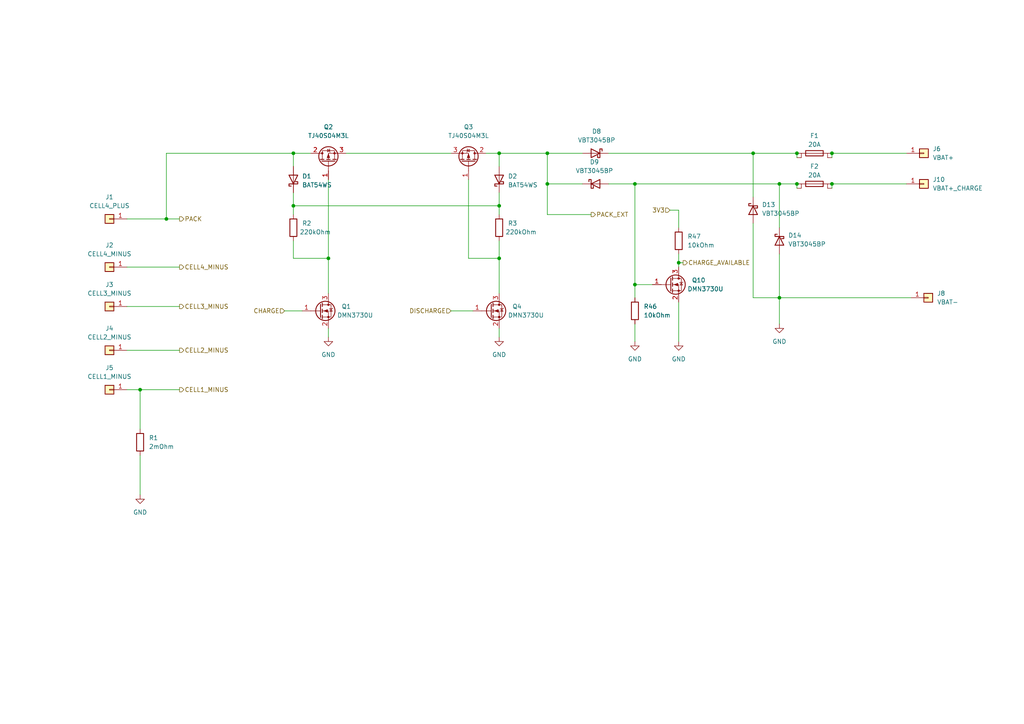
<source format=kicad_sch>
(kicad_sch (version 20230121) (generator eeschema)
  (paper "A4")
  (lib_symbols
    (symbol "BAT54WS_1" (pin_numbers hide) (pin_names (offset 1.016) hide)
      (property "Reference" "D" (at 0 2.54 0))
      (property "Value" "BAT54WS_1" (at 0 -2.54 0))
      (symbol "BAT54WS_1_0_1"
        (polyline (pts (xy 1.27 0) (xy -1.27 0)))
        (polyline (pts (xy 1.27 1.27) (xy 1.27 -1.27) (xy -1.27 0) (xy 1.27 1.27)) (stroke (width 0.254)))
        (polyline (pts (xy -1.905 0.635) (xy -1.905 1.27) (xy -1.27 1.27) (xy -1.27 -1.27) (xy -0.635 -1.27) (xy -0.635 -0.635)) (stroke (width 0.254)))
      )
      (symbol "BAT54WS_1_1_1"
        (pin passive line (at -3.81 0 0) (length 2.54) (name "K") (number "1"))
        (pin passive line (at 3.81 0 180) (length 2.54) (name "A") (number "2"))
      )
    )
    (symbol "R_220kOhm_SMD_0603_100mW_1%_1" (pin_numbers hide) (pin_names (offset 0))
      (property "Reference" "R" (at 2.032 0 90))
      (property "Value" "R_220kOhm_SMD_0603_100mW_1%_1" (at -5.588 -1.016 90))
      (symbol "R_220kOhm_SMD_0603_100mW_1%_1_0_1"
        (rectangle (start -1.016 -2.54) (end 1.016 2.54) (stroke (width 0.254)))
      )
      (symbol "R_220kOhm_SMD_0603_100mW_1%_1_1_1"
        (pin passive line (at 0 3.81 270) (length 1.27) (name "~") (number "1"))
        (pin passive line (at 0 -3.81 90) (length 1.27) (name "~") (number "2"))
      )
    )
    (symbol "TJ40S04M3L_1" (pin_names (offset 0) hide)
      (property "Reference" "Q" (at 5.08 1.27 0))
      (property "Value" "TJ40S04M3L_1" (at 5.08 -1.27 0))
      (symbol "TJ40S04M3L_1_0_1"
        (polyline (pts (xy 0.254 0) (xy -2.54 0)))
        (polyline (pts (xy 0.254 1.905) (xy 0.254 -1.905)) (stroke (width 0.254)))
        (polyline (pts (xy 0.762 -1.27) (xy 0.762 -2.286)) (stroke (width 0.254)))
        (polyline (pts (xy 0.762 0.508) (xy 0.762 -0.508)) (stroke (width 0.254)))
        (polyline (pts (xy 0.762 2.286) (xy 0.762 1.27)) (stroke (width 0.254)))
        (polyline (pts (xy 2.54 2.54) (xy 2.54 1.778)))
        (polyline (pts (xy 2.54 -2.54) (xy 2.54 0) (xy 0.762 0)))
        (polyline (pts (xy 0.762 1.778) (xy 3.302 1.778) (xy 3.302 -1.778) (xy 0.762 -1.778)))
        (polyline (pts (xy 2.286 0) (xy 1.27 0.381) (xy 1.27 -0.381) (xy 2.286 0)) (fill (type outline)))
        (polyline (pts (xy 2.794 -0.508) (xy 2.921 -0.381) (xy 3.683 -0.381) (xy 3.81 -0.254)))
        (polyline (pts (xy 3.302 -0.381) (xy 2.921 0.254) (xy 3.683 0.254) (xy 3.302 -0.381)))
        (circle (center 1.651 0) (radius 2.794) (stroke (width 0.254)))
        (circle (center 2.54 -1.778) (radius 0.254) (fill (type outline)))
        (circle (center 2.54 1.778) (radius 0.254) (fill (type outline)))
      )
      (symbol "TJ40S04M3L_1_1_1"
        (pin input line (at -5.08 0 0) (length 2.54) (name "G") (number "1"))
        (pin passive line (at 2.54 5.08 270) (length 2.54) (name "D") (number "2"))
        (pin passive line (at 2.54 -5.08 90) (length 2.54) (name "S") (number "3"))
      )
    )
    (symbol "benediktibk:BAT54WS" (pin_numbers hide) (pin_names (offset 1.016) hide)
      (property "Reference" "D" (at 0 2.54 0))
      (property "Value" "BAT54WS" (at 0 -2.54 0))
      (symbol "BAT54WS_0_1"
        (polyline (pts (xy 1.27 0) (xy -1.27 0)))
        (polyline (pts (xy 1.27 1.27) (xy 1.27 -1.27) (xy -1.27 0) (xy 1.27 1.27)) (stroke (width 0.254)))
        (polyline (pts (xy -1.905 0.635) (xy -1.905 1.27) (xy -1.27 1.27) (xy -1.27 -1.27) (xy -0.635 -1.27) (xy -0.635 -0.635)) (stroke (width 0.254)))
      )
      (symbol "BAT54WS_1_1"
        (pin passive line (at -3.81 0 0) (length 2.54) (name "K") (number "1"))
        (pin passive line (at 3.81 0 180) (length 2.54) (name "A") (number "2"))
      )
    )
    (symbol "benediktibk:Connector_M6" (pin_names (offset 1.016) hide)
      (property "Reference" "J" (at 0 2.54 0))
      (property "Value" "Connector_M6" (at 0 -3.302 0))
      (symbol "Connector_M6_1_1"
        (rectangle (start -1.27 0.127) (end 0 -0.127) (stroke (width 0.1524)))
        (rectangle (start -1.27 1.27) (end 1.27 -1.27) (stroke (width 0.254)) (fill (type background)))
        (pin passive line (at -5.08 0 0) (length 3.81) (name "Pin_1") (number "1"))
      )
    )
    (symbol "benediktibk:DMN3730U" (pin_names (offset 0) hide)
      (property "Reference" "Q" (at 5.08 1.27 0))
      (property "Value" "DMN3730U" (at 5.08 -1.27 0))
      (symbol "DMN3730U_0_1"
        (polyline (pts (xy 0.254 0) (xy -2.54 0)))
        (polyline (pts (xy 0.254 1.905) (xy 0.254 -1.905)) (stroke (width 0.254)))
        (polyline (pts (xy 0.762 -1.27) (xy 0.762 -2.286)) (stroke (width 0.254)))
        (polyline (pts (xy 0.762 0.508) (xy 0.762 -0.508)) (stroke (width 0.254)))
        (polyline (pts (xy 0.762 2.286) (xy 0.762 1.27)) (stroke (width 0.254)))
        (polyline (pts (xy 2.54 2.54) (xy 2.54 1.778)))
        (polyline (pts (xy 2.54 -2.54) (xy 2.54 0) (xy 0.762 0)))
        (polyline (pts (xy 0.762 1.778) (xy 3.302 1.778) (xy 3.302 -1.778) (xy 0.762 -1.778)))
        (polyline (pts (xy 1.27 0) (xy 2.286 0.381) (xy 2.286 -0.381) (xy 1.27 0)) (fill (type outline)))
        (polyline (pts (xy 2.794 0.508) (xy 2.921 0.635) (xy 3.683 0.635) (xy 3.81 0.762)))
        (polyline (pts (xy 3.302 0.508) (xy 2.921 -0.127) (xy 3.683 -0.127) (xy 3.302 0.508)))
        (circle (center 1.651 0) (radius 2.794) (stroke (width 0.254)))
        (circle (center 2.54 -1.778) (radius 0.254) (fill (type outline)))
        (circle (center 2.54 1.778) (radius 0.254) (fill (type outline)))
      )
      (symbol "DMN3730U_1_1"
        (pin input line (at -5.08 0 0) (length 2.54) (name "G") (number "1"))
        (pin passive line (at 2.54 -5.08 90) (length 2.54) (name "S") (number "2"))
        (pin passive line (at 2.54 5.08 270) (length 2.54) (name "D") (number "3"))
      )
    )
    (symbol "benediktibk:KEYSTONE_blade_fuse_holder" (pin_numbers hide) (pin_names (offset 0))
      (property "Reference" "F" (at 2.032 0 90))
      (property "Value" "KEYSTONE_blade_fuse_holder" (at -1.905 0 90))
      (symbol "KEYSTONE_blade_fuse_holder_0_1"
        (rectangle (start -0.762 -2.54) (end 0.762 2.54) (stroke (width 0.254)))
        (polyline (pts (xy 0 2.54) (xy 0 -2.54)))
        (polyline (pts (xy 1.27 -3.81) (xy 0 -3.81) (xy 0 -2.54)))
        (polyline (pts (xy 1.27 3.81) (xy 0 3.81) (xy 0 2.54)))
      )
      (symbol "KEYSTONE_blade_fuse_holder_1_1"
        (pin passive line (at 0 5.08 270) (length 1.27) (name "~") (number "1"))
        (pin passive line (at 1.27 5.08 270) (length 1.27) (name "~") (number "2"))
        (pin passive line (at 0 -5.08 90) (length 1.27) (name "~") (number "3"))
        (pin passive line (at 1.27 -5.08 90) (length 1.27) (name "~") (number "4"))
      )
    )
    (symbol "benediktibk:R_10kOhm_SMD_0603_100mW_1%" (pin_numbers hide) (pin_names (offset 0))
      (property "Reference" "R" (at 2.032 0 90))
      (property "Value" "R_10kOhm_SMD_0603_100mW_1%" (at -5.588 -1.016 90))
      (symbol "R_10kOhm_SMD_0603_100mW_1%_0_1"
        (rectangle (start -1.016 -2.54) (end 1.016 2.54) (stroke (width 0.254)))
      )
      (symbol "R_10kOhm_SMD_0603_100mW_1%_1_1"
        (pin passive line (at 0 3.81 270) (length 1.27) (name "~") (number "1"))
        (pin passive line (at 0 -3.81 90) (length 1.27) (name "~") (number "2"))
      )
    )
    (symbol "benediktibk:R_220kOhm_SMD_0603_100mW_1%" (pin_numbers hide) (pin_names (offset 0))
      (property "Reference" "R" (at 2.032 0 90))
      (property "Value" "R_220kOhm_SMD_0603_100mW_1%" (at -5.588 -1.016 90))
      (symbol "R_220kOhm_SMD_0603_100mW_1%_0_1"
        (rectangle (start -1.016 -2.54) (end 1.016 2.54) (stroke (width 0.254)))
      )
      (symbol "R_220kOhm_SMD_0603_100mW_1%_1_1"
        (pin passive line (at 0 3.81 270) (length 1.27) (name "~") (number "1"))
        (pin passive line (at 0 -3.81 90) (length 1.27) (name "~") (number "2"))
      )
    )
    (symbol "benediktibk:R_2mOhm_SMD_2512_5W_1%" (pin_numbers hide) (pin_names (offset 0))
      (property "Reference" "R" (at 2.032 0 90))
      (property "Value" "R_2mOhm_SMD_2512_5W_1%" (at -5.588 -1.016 90))
      (symbol "R_2mOhm_SMD_2512_5W_1%_0_1"
        (rectangle (start -1.016 -2.54) (end 1.016 2.54) (stroke (width 0.254)))
      )
      (symbol "R_2mOhm_SMD_2512_5W_1%_1_1"
        (pin passive line (at 0 3.81 270) (length 1.27) (name "~") (number "1"))
        (pin passive line (at 0 -3.81 90) (length 1.27) (name "~") (number "2"))
      )
    )
    (symbol "benediktibk:TJ40S04M3L" (pin_names (offset 0) hide)
      (property "Reference" "Q" (at 5.08 1.27 0))
      (property "Value" "TJ40S04M3L" (at 5.08 -1.27 0))
      (symbol "TJ40S04M3L_0_1"
        (polyline (pts (xy 0.254 0) (xy -2.54 0)))
        (polyline (pts (xy 0.254 1.905) (xy 0.254 -1.905)) (stroke (width 0.254)))
        (polyline (pts (xy 0.762 -1.27) (xy 0.762 -2.286)) (stroke (width 0.254)))
        (polyline (pts (xy 0.762 0.508) (xy 0.762 -0.508)) (stroke (width 0.254)))
        (polyline (pts (xy 0.762 2.286) (xy 0.762 1.27)) (stroke (width 0.254)))
        (polyline (pts (xy 2.54 2.54) (xy 2.54 1.778)))
        (polyline (pts (xy 2.54 -2.54) (xy 2.54 0) (xy 0.762 0)))
        (polyline (pts (xy 0.762 1.778) (xy 3.302 1.778) (xy 3.302 -1.778) (xy 0.762 -1.778)))
        (polyline (pts (xy 2.286 0) (xy 1.27 0.381) (xy 1.27 -0.381) (xy 2.286 0)) (fill (type outline)))
        (polyline (pts (xy 2.794 -0.508) (xy 2.921 -0.381) (xy 3.683 -0.381) (xy 3.81 -0.254)))
        (polyline (pts (xy 3.302 -0.381) (xy 2.921 0.254) (xy 3.683 0.254) (xy 3.302 -0.381)))
        (circle (center 1.651 0) (radius 2.794) (stroke (width 0.254)))
        (circle (center 2.54 -1.778) (radius 0.254) (fill (type outline)))
        (circle (center 2.54 1.778) (radius 0.254) (fill (type outline)))
      )
      (symbol "TJ40S04M3L_1_1"
        (pin input line (at -5.08 0 0) (length 2.54) (name "G") (number "1"))
        (pin passive line (at 2.54 5.08 270) (length 2.54) (name "D") (number "2"))
        (pin passive line (at 2.54 -5.08 90) (length 2.54) (name "S") (number "3"))
      )
    )
    (symbol "benediktibk:VBT3045BP" (pin_numbers hide) (pin_names (offset 1.016) hide)
      (property "Reference" "D" (at 0 2.54 0))
      (property "Value" "VBT3045BP" (at 0 -2.54 0))
      (symbol "VBT3045BP_0_1"
        (polyline (pts (xy 1.27 0) (xy -1.27 0)))
        (polyline (pts (xy 1.27 1.27) (xy 1.27 -1.27) (xy -1.27 0) (xy 1.27 1.27)) (stroke (width 0.254)))
        (polyline (pts (xy -1.905 0.635) (xy -1.905 1.27) (xy -1.27 1.27) (xy -1.27 -1.27) (xy -0.635 -1.27) (xy -0.635 -0.635)) (stroke (width 0.254)))
      )
      (symbol "VBT3045BP_1_1"
        (pin passive line (at -3.81 0 0) (length 2.54) (name "K") (number "1"))
        (pin passive line (at 3.81 0 180) (length 2.54) (name "A") (number "2"))
      )
    )
    (symbol "power:GND" (power) (pin_names (offset 0))
      (property "Value" "GND" (at 0 -3.81 0))
      (symbol "GND_0_1"
        (polyline (pts (xy 0 0) (xy 0 -1.27) (xy 1.27 -1.27) (xy 0 -2.54) (xy -1.27 -1.27) (xy 0 -1.27)))
      )
      (symbol "GND_1_1"
        (pin power_in line (at 0 0 270) (length 0) hide (name "GND") (number "1"))
      )
    )
  )
  (junction (at 196.85 76.2))
  (junction (at 184.15 53.34))
  (junction (at 40.64 113.03))
  (junction (at 226.06 86.36))
  (junction (at 158.75 53.34))
  (junction (at 85.09 59.69))
  (junction (at 241.3 44.45))
  (junction (at 158.75 44.45))
  (junction (at 144.78 59.69))
  (junction (at 48.26 63.5))
  (junction (at 241.3 53.34))
  (junction (at 226.06 53.34))
  (junction (at 231.14 44.45))
  (junction (at 184.15 82.55))
  (junction (at 95.25 74.93))
  (junction (at 144.78 74.93))
  (junction (at 218.44 44.45))
  (junction (at 231.14 53.34))
  (junction (at 85.09 44.45))
  (junction (at 144.78 44.45))
  (wire (pts (xy 48.26 44.45) (xy 48.26 63.5)))
  (wire (pts (xy 241.3 53.34) (xy 262.89 53.34)))
  (wire (pts (xy 241.3 44.45) (xy 262.89 44.45)))
  (wire (pts (xy 218.44 64.77) (xy 218.44 86.36)))
  (wire (pts (xy 36.83 88.9) (xy 52.07 88.9)))
  (wire (pts (xy 168.91 53.34) (xy 158.75 53.34)))
  (wire (pts (xy 218.44 44.45) (xy 218.44 57.15)))
  (wire (pts (xy 85.09 59.69) (xy 85.09 62.23)))
  (wire (pts (xy 85.09 44.45) (xy 85.09 48.26)))
  (wire (pts (xy 36.83 113.03) (xy 40.64 113.03)))
  (wire (pts (xy 85.09 44.45) (xy 48.26 44.45)))
  (wire (pts (xy 40.64 113.03) (xy 52.07 113.03)))
  (wire (pts (xy 196.85 60.96) (xy 196.85 66.04)))
  (wire (pts (xy 176.53 53.34) (xy 184.15 53.34)))
  (wire (pts (xy 184.15 82.55) (xy 189.23 82.55)))
  (wire (pts (xy 36.83 77.47) (xy 52.07 77.47)))
  (wire (pts (xy 184.15 53.34) (xy 226.06 53.34)))
  (wire (pts (xy 226.06 86.36) (xy 264.16 86.36)))
  (wire (pts (xy 130.81 90.17) (xy 137.16 90.17)))
  (wire (pts (xy 184.15 93.98) (xy 184.15 99.06)))
  (wire (pts (xy 144.78 95.25) (xy 144.78 97.79)))
  (wire (pts (xy 144.78 74.93) (xy 144.78 85.09)))
  (wire (pts (xy 144.78 69.85) (xy 144.78 74.93)))
  (wire (pts (xy 196.85 73.66) (xy 196.85 76.2)))
  (wire (pts (xy 176.53 44.45) (xy 218.44 44.45)))
  (wire (pts (xy 231.14 53.34) (xy 231.14 54.61)))
  (wire (pts (xy 48.26 63.5) (xy 52.07 63.5)))
  (wire (pts (xy 231.14 44.45) (xy 231.14 45.72)))
  (wire (pts (xy 144.78 48.26) (xy 144.78 44.45)))
  (wire (pts (xy 144.78 59.69) (xy 144.78 55.88)))
  (wire (pts (xy 218.44 44.45) (xy 231.14 44.45)))
  (wire (pts (xy 171.45 62.23) (xy 158.75 62.23)))
  (wire (pts (xy 85.09 55.88) (xy 85.09 59.69)))
  (wire (pts (xy 95.25 74.93) (xy 95.25 85.09)))
  (wire (pts (xy 196.85 87.63) (xy 196.85 99.06)))
  (wire (pts (xy 95.25 52.07) (xy 95.25 74.93)))
  (wire (pts (xy 184.15 86.36) (xy 184.15 82.55)))
  (wire (pts (xy 40.64 113.03) (xy 40.64 124.46)))
  (wire (pts (xy 158.75 44.45) (xy 168.91 44.45)))
  (wire (pts (xy 226.06 93.98) (xy 226.06 86.36)))
  (wire (pts (xy 95.25 74.93) (xy 85.09 74.93)))
  (wire (pts (xy 226.06 53.34) (xy 226.06 66.04)))
  (wire (pts (xy 40.64 132.08) (xy 40.64 143.51)))
  (wire (pts (xy 144.78 59.69) (xy 144.78 62.23)))
  (wire (pts (xy 196.85 76.2) (xy 196.85 77.47)))
  (wire (pts (xy 196.85 76.2) (xy 198.12 76.2)))
  (wire (pts (xy 226.06 86.36) (xy 218.44 86.36)))
  (wire (pts (xy 85.09 74.93) (xy 85.09 69.85)))
  (wire (pts (xy 158.75 53.34) (xy 158.75 44.45)))
  (wire (pts (xy 90.17 44.45) (xy 85.09 44.45)))
  (wire (pts (xy 140.97 44.45) (xy 144.78 44.45)))
  (wire (pts (xy 194.31 60.96) (xy 196.85 60.96)))
  (wire (pts (xy 100.33 44.45) (xy 130.81 44.45)))
  (wire (pts (xy 95.25 95.25) (xy 95.25 97.79)))
  (wire (pts (xy 144.78 44.45) (xy 158.75 44.45)))
  (wire (pts (xy 226.06 73.66) (xy 226.06 86.36)))
  (wire (pts (xy 36.83 101.6) (xy 52.07 101.6)))
  (wire (pts (xy 226.06 53.34) (xy 231.14 53.34)))
  (wire (pts (xy 135.89 74.93) (xy 135.89 52.07)))
  (wire (pts (xy 158.75 62.23) (xy 158.75 53.34)))
  (wire (pts (xy 144.78 74.93) (xy 135.89 74.93)))
  (wire (pts (xy 241.3 44.45) (xy 241.3 45.72)))
  (wire (pts (xy 36.83 63.5) (xy 48.26 63.5)))
  (wire (pts (xy 184.15 82.55) (xy 184.15 53.34)))
  (wire (pts (xy 85.09 59.69) (xy 144.78 59.69)))
  (wire (pts (xy 241.3 53.34) (xy 241.3 54.61)))
  (wire (pts (xy 82.55 90.17) (xy 87.63 90.17)))
  (hierarchical_label "DISCHARGE" (shape input) (at 130.81 90.17 180))
  (hierarchical_label "CELL3_MINUS" (shape output) (at 52.07 88.9 0))
  (hierarchical_label "CELL4_MINUS" (shape output) (at 52.07 77.47 0))
  (hierarchical_label "PACK" (shape output) (at 52.07 63.5 0))
  (hierarchical_label "PACK_EXT" (shape output) (at 171.45 62.23 0))
  (hierarchical_label "CELL2_MINUS" (shape output) (at 52.07 101.6 0))
  (hierarchical_label "CELL1_MINUS" (shape output) (at 52.07 113.03 0))
  (hierarchical_label "CHARGE_AVAILABLE" (shape output) (at 198.12 76.2 0))
  (hierarchical_label "3V3" (shape input) (at 194.31 60.96 180))
  (hierarchical_label "CHARGE" (shape input) (at 82.55 90.17 180))
  (symbol (lib_id "benediktibk:BAT54WS") (at 85.09 52.07 90) (unit 1)
    (property "Reference" "D1" (at 87.63 51.1174 90) (effects (justify right)))
    (property "Value" "BAT54WS" (at 87.63 53.6574 90) (effects (justify right)))
    (property "Footprint" "benediktibk:D_SOD-323" (effects hide))
    (property "Datasheet" "738-4844" (effects hide))
    (property "RS order number" "738-4844" (effects hide))
  )
  (symbol (lib_id "benediktibk:Connector_M6") (at 269.24 86.36 0) (unit 1)
    (property "Reference" "J8" (at 271.78 85.09 0) (effects (justify left)))
    (property "Value" "VBAT-" (at 271.78 87.63 0) (effects (justify left)))
    (property "Footprint" "benediktibk:Connector_M6" (effects hide))
  )
  (symbol (lib_id "benediktibk:VBT3045BP") (at 172.72 44.45 0) (mirror y) (unit 1)
    (property "Reference" "D8" (at 173.0375 38.1 0))
    (property "Value" "VBT3045BP" (at 173.0375 40.64 0))
    (property "Footprint" "benediktibk:D_SOD-323" (effects hide))
    (property "RS order number" "768-9269" (effects hide))
  )
  (symbol (lib_id "benediktibk:VBT3045BP") (at 226.06 69.85 90) (mirror x) (unit 1)
    (property "Reference" "D14" (at 228.6 68.2625 90) (effects (justify right)))
    (property "Value" "VBT3045BP" (at 228.6 70.8025 90) (effects (justify right)))
    (property "Footprint" "benediktibk:D_SOD-323" (effects hide))
    (property "RS order number" "768-9269" (effects hide))
  )
  (symbol (lib_id "benediktibk:Connector_M6") (at 267.97 44.45 0) (unit 1)
    (property "Reference" "J6" (at 270.51 43.1799 0) (effects (justify left)))
    (property "Value" "VBAT+" (at 270.51 45.7199 0) (effects (justify left)))
    (property "Footprint" "benediktibk:Connector_M6" (effects hide))
  )
  (symbol (lib_id "benediktibk:VBT3045BP") (at 172.72 53.34 0) (unit 1)
    (property "Reference" "D9" (at 172.4025 46.99 0))
    (property "Value" "VBT3045BP" (at 172.4025 49.53 0))
    (property "Footprint" "benediktibk:D_SOD-323" (effects hide))
    (property "RS order number" "768-9269" (effects hide))
  )
  (symbol (lib_id "benediktibk:KEYSTONE_blade_fuse_holder") (at 236.22 53.34 270) (unit 1)
    (property "Reference" "F2" (at 236.22 48.26 90))
    (property "Value" "20A" (at 236.22 50.8 90))
    (property "Footprint" "benediktibk:KEYSTONE_blade_fus_holder" (effects hide))
    (property "RS order number" "167-6068" (effects hide))
  )
  (symbol (lib_id "benediktibk:Connector_M6") (at 31.75 88.9 0) (mirror y) (unit 1)
    (property "Reference" "J3" (at 31.75 82.55 0))
    (property "Value" "CELL3_MINUS" (at 31.75 85.09 0))
    (property "Footprint" "benediktibk:Connector_M6" (effects hide))
  )
  (symbol (lib_id "benediktibk:VBT3045BP") (at 218.44 60.96 90) (mirror x) (unit 1)
    (property "Reference" "D13" (at 220.98 59.3725 90) (effects (justify right)))
    (property "Value" "VBT3045BP" (at 220.98 61.9125 90) (effects (justify right)))
    (property "Footprint" "benediktibk:D_SOD-323" (effects hide))
    (property "RS order number" "768-9269" (effects hide))
  )
  (symbol (lib_id "power:GND") (at 144.78 97.79 0) (unit 1)
    (property "Reference" "#PWR0101" (effects hide))
    (property "Value" "GND" (at 144.78 102.87 0))
  )
  (symbol (lib_id "benediktibk:R_10kOhm_SMD_0603_100mW_1%") (at 196.85 69.85 0) (unit 1)
    (property "Reference" "R47" (at 199.39 68.58 0) (effects (justify left)))
    (property "Value" "10kOhm" (at 199.39 71.12 0) (effects (justify left)))
    (property "Footprint" "benediktibk:R_0603_1608Metric_Pad0.98x0.95mm_HandSolder" (effects hide))
    (property "RS order number" "125-1173" (effects hide))
  )
  (symbol (lib_id "power:GND") (at 95.25 97.79 0) (unit 1)
    (property "Reference" "#PWR0102" (effects hide))
    (property "Value" "GND" (at 95.25 102.87 0))
  )
  (symbol (lib_id "benediktibk:DMN3730U") (at 194.31 82.55 0) (unit 1)
    (property "Reference" "Q10" (at 200.66 81.2799 0) (effects (justify left)))
    (property "Value" "DMN3730U" (at 199.39 83.82 0) (effects (justify left)))
    (property "Footprint" "benediktibk:SOT-23" (effects hide))
    (property "RS order number" "823-2946" (effects hide))
  )
  (symbol (lib_id "power:GND") (at 40.64 143.51 0) (unit 1)
    (property "Reference" "#PWR0103" (effects hide))
    (property "Value" "GND" (at 40.64 148.59 0))
  )
  (symbol (lib_id "benediktibk:KEYSTONE_blade_fuse_holder") (at 236.22 44.45 270) (unit 1)
    (property "Reference" "F1" (at 236.22 39.37 90))
    (property "Value" "20A" (at 236.22 41.91 90))
    (property "Footprint" "benediktibk:KEYSTONE_blade_fus_holder" (effects hide))
    (property "RS order number" "167-6068" (effects hide))
  )
  (symbol (lib_id "benediktibk:R_220kOhm_SMD_0603_100mW_1%") (at 85.09 66.04 0) (unit 1)
    (property "Reference" "R2" (at 87.63 64.7699 0) (effects (justify left)))
    (property "Value" "220kOhm" (at 91.44 67.31 0))
    (property "Footprint" "benediktibk:R_0603_1608Metric_Pad0.98x0.95mm_HandSolder" (effects hide))
    (property "RS order number" "678-9986" (effects hide))
  )
  (symbol (lib_name "TJ40S04M3L_1") (lib_id "benediktibk:TJ40S04M3L") (at 135.89 46.99 270) (mirror x) (unit 1)
    (property "Reference" "Q3" (at 135.89 36.83 90))
    (property "Value" "TJ40S04M3L" (at 135.89 39.37 90))
    (property "Footprint" "benediktibk:TO-252-2" (effects hide))
    (property "RS order number" "171-2479" (effects hide))
  )
  (symbol (lib_id "benediktibk:TJ40S04M3L") (at 95.25 46.99 90) (unit 1)
    (property "Reference" "Q2" (at 95.25 36.83 90))
    (property "Value" "TJ40S04M3L" (at 95.25 39.37 90))
    (property "Footprint" "benediktibk:TO-252-2" (effects hide))
    (property "RS order number" "171-2479" (effects hide))
  )
  (symbol (lib_id "benediktibk:R_2mOhm_SMD_2512_5W_1%") (at 40.64 128.27 0) (unit 1)
    (property "Reference" "R1" (at 43.18 126.9999 0) (effects (justify left)))
    (property "Value" "2mOhm" (at 43.18 129.5399 0) (effects (justify left)))
    (property "Footprint" "benediktibk:R_2512_6332Metric_Pad1.40x3.35mm_HandSolder" (effects hide))
    (property "RS order number" "231-3683" (effects hide))
  )
  (symbol (lib_id "benediktibk:DMN3730U") (at 142.24 90.17 0) (unit 1)
    (property "Reference" "Q4" (at 148.59 88.8999 0) (effects (justify left)))
    (property "Value" "DMN3730U" (at 147.32 91.44 0) (effects (justify left)))
    (property "Footprint" "benediktibk:SOT-23" (effects hide))
    (property "RS order number" "823-2946" (effects hide))
  )
  (symbol (lib_name "R_220kOhm_SMD_0603_100mW_1%_1") (lib_id "benediktibk:R_220kOhm_SMD_0603_100mW_1%") (at 144.78 66.04 0) (unit 1)
    (property "Reference" "R3" (at 147.32 64.7699 0) (effects (justify left)))
    (property "Value" "220kOhm" (at 151.13 67.31 0))
    (property "Footprint" "benediktibk:R_0603_1608Metric_Pad0.98x0.95mm_HandSolder" (effects hide))
    (property "RS order number" "678-9986" (effects hide))
  )
  (symbol (lib_id "benediktibk:DMN3730U") (at 92.71 90.17 0) (unit 1)
    (property "Reference" "Q1" (at 99.06 88.8999 0) (effects (justify left)))
    (property "Value" "DMN3730U" (at 97.79 91.44 0) (effects (justify left)))
    (property "Footprint" "benediktibk:SOT-23" (effects hide))
    (property "RS order number" "823-2946" (effects hide))
  )
  (symbol (lib_id "power:GND") (at 184.15 99.06 0) (unit 1)
    (property "Reference" "#PWR015" (effects hide))
    (property "Value" "GND" (at 184.15 104.14 0))
  )
  (symbol (lib_id "benediktibk:Connector_M6") (at 31.75 63.5 0) (mirror y) (unit 1)
    (property "Reference" "J1" (at 31.75 57.15 0))
    (property "Value" "CELL4_PLUS" (at 31.75 59.69 0))
    (property "Footprint" "benediktibk:Connector_M6" (effects hide))
  )
  (symbol (lib_id "benediktibk:Connector_M6") (at 31.75 113.03 0) (mirror y) (unit 1)
    (property "Reference" "J5" (at 31.75 106.68 0))
    (property "Value" "CELL1_MINUS" (at 31.75 109.22 0))
    (property "Footprint" "benediktibk:Connector_M6" (effects hide))
  )
  (symbol (lib_name "BAT54WS_1") (lib_id "benediktibk:BAT54WS") (at 144.78 52.07 90) (unit 1)
    (property "Reference" "D2" (at 147.32 51.1174 90) (effects (justify right)))
    (property "Value" "BAT54WS" (at 147.32 53.6574 90) (effects (justify right)))
    (property "Footprint" "benediktibk:D_SOD-323" (effects hide))
    (property "Datasheet" "738-4844" (effects hide))
    (property "RS order number" "738-4844" (effects hide))
  )
  (symbol (lib_id "power:GND") (at 196.85 99.06 0) (unit 1)
    (property "Reference" "#PWR014" (effects hide))
    (property "Value" "GND" (at 196.85 104.14 0))
  )
  (symbol (lib_id "benediktibk:Connector_M6") (at 267.97 53.34 0) (unit 1)
    (property "Reference" "J10" (at 270.51 52.0699 0) (effects (justify left)))
    (property "Value" "VBAT+_CHARGE" (at 270.51 54.6099 0) (effects (justify left)))
    (property "Footprint" "benediktibk:Connector_M6" (effects hide))
  )
  (symbol (lib_id "benediktibk:Connector_M6") (at 31.75 77.47 0) (mirror y) (unit 1)
    (property "Reference" "J2" (at 31.75 71.12 0))
    (property "Value" "CELL4_MINUS" (at 31.75 73.66 0))
    (property "Footprint" "benediktibk:Connector_M6" (effects hide))
  )
  (symbol (lib_id "power:GND") (at 226.06 93.98 0) (unit 1)
    (property "Reference" "#PWR0116" (effects hide))
    (property "Value" "GND" (at 226.06 99.06 0))
  )
  (symbol (lib_id "benediktibk:Connector_M6") (at 31.75 101.6 0) (mirror y) (unit 1)
    (property "Reference" "J4" (at 31.75 95.25 0))
    (property "Value" "CELL2_MINUS" (at 31.75 97.79 0))
    (property "Footprint" "benediktibk:Connector_M6" (effects hide))
  )
  (symbol (lib_id "benediktibk:R_10kOhm_SMD_0603_100mW_1%") (at 184.15 90.17 0) (unit 1)
    (property "Reference" "R46" (at 186.69 88.9 0) (effects (justify left)))
    (property "Value" "10kOhm" (at 186.69 91.44 0) (effects (justify left)))
    (property "Footprint" "benediktibk:R_0603_1608Metric_Pad0.98x0.95mm_HandSolder" (effects hide))
    (property "RS order number" "125-1173" (effects hide))
  )
)
</source>
